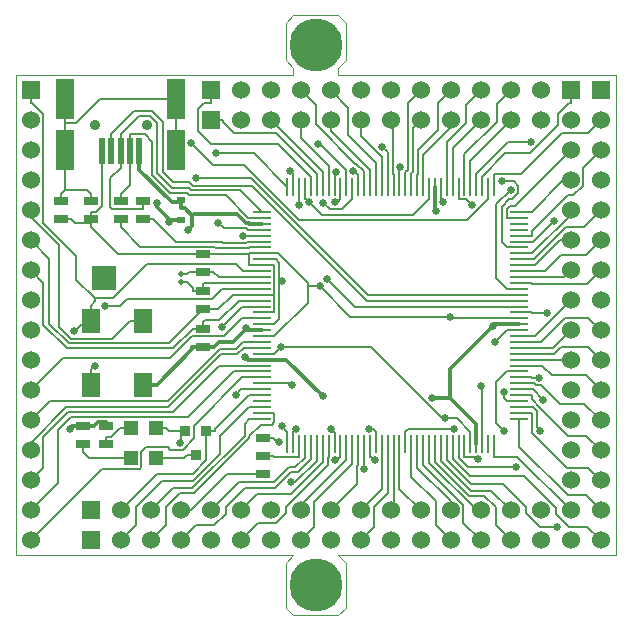
<source format=gtl>
G04 (created by PCBNEW (2013-07-07 BZR 4022)-stable) date 01/11/2014 14:35:36*
%MOIN*%
G04 Gerber Fmt 3.4, Leading zero omitted, Abs format*
%FSLAX34Y34*%
G01*
G70*
G90*
G04 APERTURE LIST*
%ADD10C,0.00590551*%
%ADD11C,0.00393701*%
%ADD12R,0.011X0.0591*%
%ADD13R,0.0591X0.011*%
%ADD14R,0.0197X0.0886*%
%ADD15R,0.0591X0.1378*%
%ADD16C,0.0354*%
%ADD17R,0.045X0.025*%
%ADD18C,0.177165*%
%ADD19R,0.063X0.0787*%
%ADD20R,0.0315X0.0236*%
%ADD21R,0.036X0.036*%
%ADD22O,0.019685X0.019685*%
%ADD23R,0.0787402X0.0787402*%
%ADD24R,0.06X0.06*%
%ADD25C,0.06*%
%ADD26R,0.0472X0.0472*%
%ADD27C,0.025*%
%ADD28C,0.012*%
%ADD29C,0.008*%
G04 APERTURE END LIST*
G54D10*
G54D11*
X10750Y0D02*
X20000Y0D01*
X11000Y-250D02*
X10750Y0D01*
X11000Y-1750D02*
X11000Y-250D01*
X10750Y-2000D02*
X11000Y-1750D01*
X9250Y-2000D02*
X10750Y-2000D01*
X9000Y-1750D02*
X9250Y-2000D01*
X9000Y-250D02*
X9000Y-1750D01*
X9250Y0D02*
X9000Y-250D01*
X0Y0D02*
X9250Y0D01*
X10750Y16000D02*
X20000Y16000D01*
X10750Y16250D02*
X10750Y16000D01*
X11000Y16500D02*
X10750Y16250D01*
X11000Y17750D02*
X11000Y16500D01*
X10750Y18000D02*
X11000Y17750D01*
X9250Y18000D02*
X10750Y18000D01*
X9000Y17750D02*
X9250Y18000D01*
X9000Y16500D02*
X9000Y17750D01*
X9250Y16250D02*
X9000Y16500D01*
X9250Y16000D02*
X9250Y16250D01*
X0Y16000D02*
X9250Y16000D01*
X20000Y16000D02*
X20000Y0D01*
X0Y0D02*
X0Y16000D01*
G54D12*
X15945Y12291D03*
X15748Y12291D03*
X15551Y12291D03*
X15354Y12291D03*
X15157Y12291D03*
X14961Y12291D03*
X14764Y12291D03*
X14567Y12291D03*
X14370Y12291D03*
X14173Y12291D03*
X13976Y12291D03*
X13780Y12291D03*
X13583Y12291D03*
X13386Y12291D03*
X13189Y12291D03*
X12992Y12291D03*
X12795Y12291D03*
X12598Y12291D03*
X12402Y12291D03*
X12205Y12291D03*
X12008Y12291D03*
X11811Y12291D03*
X11614Y12291D03*
X11417Y12291D03*
X11220Y12291D03*
X11024Y12291D03*
X10827Y12291D03*
X10630Y12291D03*
X10433Y12291D03*
X10236Y12291D03*
X10039Y12291D03*
X9843Y12291D03*
X9646Y12291D03*
X9449Y12291D03*
X9252Y12291D03*
X9055Y12291D03*
X9055Y3709D03*
X9252Y3709D03*
X9449Y3709D03*
X9646Y3709D03*
X9843Y3709D03*
X10039Y3709D03*
X10236Y3709D03*
X10433Y3709D03*
X10630Y3709D03*
X10827Y3709D03*
X11024Y3709D03*
X11220Y3709D03*
X11417Y3709D03*
X11614Y3709D03*
X11811Y3709D03*
X12008Y3709D03*
X12205Y3709D03*
X12402Y3709D03*
X12598Y3709D03*
X12795Y3709D03*
X12992Y3709D03*
X13189Y3709D03*
X13386Y3709D03*
X13583Y3709D03*
X13780Y3709D03*
X13976Y3709D03*
X14173Y3709D03*
X14370Y3709D03*
X14567Y3709D03*
X14764Y3709D03*
X14961Y3709D03*
X15157Y3709D03*
X15354Y3709D03*
X15551Y3709D03*
X15748Y3709D03*
X15945Y3709D03*
G54D13*
X8209Y11445D03*
X8209Y11248D03*
X8209Y11051D03*
X8209Y10854D03*
X8209Y10657D03*
X8209Y10461D03*
X8209Y10264D03*
X8209Y10067D03*
X8209Y9870D03*
X8209Y9673D03*
X8209Y9476D03*
X8209Y9280D03*
X8209Y9083D03*
X8209Y8886D03*
X8209Y8689D03*
X8209Y8492D03*
X8209Y8295D03*
X8209Y8098D03*
X8209Y7902D03*
X8209Y7705D03*
X8209Y7508D03*
X8209Y7311D03*
X8209Y7114D03*
X8209Y6917D03*
X8209Y6720D03*
X8209Y6524D03*
X8209Y6327D03*
X8209Y6130D03*
X8209Y5933D03*
X8209Y5736D03*
X8209Y5539D03*
X8209Y5343D03*
X8209Y5146D03*
X8209Y4949D03*
X8209Y4752D03*
X8209Y4555D03*
X16791Y4555D03*
X16791Y4752D03*
X16791Y4949D03*
X16791Y5146D03*
X16791Y5343D03*
X16791Y5539D03*
X16791Y5736D03*
X16791Y5933D03*
X16791Y6130D03*
X16791Y6327D03*
X16791Y6524D03*
X16791Y6720D03*
X16791Y6917D03*
X16791Y7114D03*
X16791Y7311D03*
X16791Y7508D03*
X16791Y7705D03*
X16791Y7902D03*
X16791Y8098D03*
X16791Y8295D03*
X16791Y8492D03*
X16791Y8689D03*
X16791Y8886D03*
X16791Y9083D03*
X16791Y9280D03*
X16791Y9476D03*
X16791Y9673D03*
X16791Y9870D03*
X16791Y10067D03*
X16791Y10264D03*
X16791Y10461D03*
X16791Y10657D03*
X16791Y10854D03*
X16791Y11051D03*
X16791Y11248D03*
X16791Y11445D03*
G54D14*
X3500Y13476D03*
X3814Y13476D03*
X2871Y13476D03*
G54D15*
X5350Y15209D03*
X5350Y13516D03*
X1650Y15209D03*
X1650Y13516D03*
G54D14*
X3185Y13476D03*
G54D16*
X4366Y14343D03*
X2634Y14343D03*
G54D14*
X4129Y13476D03*
G54D17*
X4250Y11800D03*
X4250Y11200D03*
X3500Y11800D03*
X3500Y11200D03*
X6250Y8800D03*
X6250Y8200D03*
X6250Y9450D03*
X6250Y10050D03*
G54D18*
X10000Y17000D03*
X10000Y-1000D03*
G54D19*
X4250Y7813D03*
X4250Y5687D03*
G54D17*
X6250Y6950D03*
X6250Y7550D03*
G54D19*
X2500Y5687D03*
X2500Y7813D03*
G54D20*
X5500Y11835D03*
X5500Y11165D03*
G54D17*
X2250Y4300D03*
X2250Y3700D03*
G54D21*
X5650Y4150D03*
X6350Y4150D03*
X6000Y3350D03*
G54D22*
X5498Y9387D03*
X5498Y9112D03*
G54D23*
X2950Y9250D03*
G54D17*
X2500Y11200D03*
X2500Y11800D03*
X1500Y11800D03*
X1500Y11200D03*
G54D24*
X18500Y15500D03*
G54D25*
X18500Y14500D03*
X18500Y13500D03*
X18500Y12500D03*
X18500Y11500D03*
X18500Y10500D03*
X18500Y9500D03*
X18500Y8500D03*
X18500Y7500D03*
X18500Y6500D03*
X18500Y5500D03*
X18500Y4500D03*
X18500Y3500D03*
X18500Y2500D03*
X18500Y1500D03*
X18500Y500D03*
G54D24*
X19500Y15500D03*
G54D25*
X19500Y14500D03*
X19500Y13500D03*
X19500Y12500D03*
X19500Y11500D03*
X19500Y10500D03*
X19500Y9500D03*
X19500Y8500D03*
X19500Y7500D03*
X19500Y6500D03*
X19500Y5500D03*
X19500Y4500D03*
X19500Y3500D03*
X19500Y2500D03*
X19500Y1500D03*
X19500Y500D03*
G54D24*
X500Y15500D03*
G54D25*
X500Y14500D03*
X500Y13500D03*
X500Y12500D03*
X500Y11500D03*
X500Y10500D03*
X500Y9500D03*
X500Y8500D03*
X500Y7500D03*
X500Y6500D03*
X500Y5500D03*
X500Y4500D03*
X500Y3500D03*
X500Y2500D03*
X500Y1500D03*
X500Y500D03*
G54D17*
X3000Y4300D03*
X3000Y3700D03*
G54D26*
X3837Y4250D03*
X4663Y4250D03*
X3837Y3250D03*
X4663Y3250D03*
G54D24*
X6500Y15500D03*
G54D25*
X7500Y15500D03*
X8500Y15500D03*
X9500Y15500D03*
X10500Y15500D03*
X11500Y15500D03*
X12500Y15500D03*
X13500Y15500D03*
X14500Y15500D03*
X15500Y15500D03*
X16500Y15500D03*
X17500Y15500D03*
G54D24*
X2500Y1500D03*
G54D25*
X3500Y1500D03*
X4500Y1500D03*
X5500Y1500D03*
X6500Y1500D03*
X7500Y1500D03*
X8500Y1500D03*
X9500Y1500D03*
X10500Y1500D03*
X11500Y1500D03*
X12500Y1500D03*
X13500Y1500D03*
X14500Y1500D03*
X15500Y1500D03*
X16500Y1500D03*
X17500Y1500D03*
G54D24*
X2500Y500D03*
G54D25*
X3500Y500D03*
X4500Y500D03*
X5500Y500D03*
X6500Y500D03*
X7500Y500D03*
X8500Y500D03*
X9500Y500D03*
X10500Y500D03*
X11500Y500D03*
X12500Y500D03*
X13500Y500D03*
X14500Y500D03*
X15500Y500D03*
X16500Y500D03*
X17500Y500D03*
G54D17*
X8250Y2700D03*
X8250Y3300D03*
X8250Y3900D03*
X8250Y3300D03*
G54D24*
X6500Y14500D03*
G54D25*
X7500Y14500D03*
X8500Y14500D03*
X9500Y14500D03*
X10500Y14500D03*
X11500Y14500D03*
X12500Y14500D03*
X13500Y14500D03*
X14500Y14500D03*
X15500Y14500D03*
X16500Y14500D03*
X17500Y14500D03*
G54D27*
X1816Y4229D03*
X7688Y7569D03*
X10241Y5298D03*
X7641Y6613D03*
X14025Y11491D03*
X13891Y5256D03*
X15914Y7635D03*
X5105Y11108D03*
X4729Y11759D03*
X10251Y11751D03*
X8869Y9153D03*
X8862Y6945D03*
X14314Y4577D03*
X14244Y11777D03*
X15969Y7101D03*
X9449Y11678D03*
X9182Y2434D03*
X10498Y4211D03*
X10662Y3174D03*
X11773Y4227D03*
X11258Y12815D03*
X11614Y2873D03*
X11972Y3174D03*
X15204Y11685D03*
X12223Y13616D03*
X10085Y13709D03*
X17456Y5914D03*
X9199Y5685D03*
X7331Y5352D03*
X18060Y939D03*
X17723Y8085D03*
X17592Y5188D03*
X6018Y12574D03*
X6863Y7597D03*
X15500Y5632D03*
X2637Y6321D03*
X14479Y7941D03*
X5463Y3756D03*
X10130Y8972D03*
X9788Y11772D03*
X10681Y12793D03*
X6744Y11095D03*
X9141Y12796D03*
X8790Y3779D03*
X6675Y13400D03*
X16285Y4145D03*
X14616Y4228D03*
X16506Y12193D03*
X16218Y12465D03*
X15399Y3197D03*
X17489Y4156D03*
X16683Y2931D03*
X17943Y11156D03*
X16278Y5441D03*
X1954Y7476D03*
X10637Y11783D03*
X2982Y8329D03*
X5852Y13755D03*
X17166Y13775D03*
X12820Y12950D03*
X10385Y9213D03*
X5761Y10860D03*
X8869Y4309D03*
X7587Y10657D03*
X9342Y4215D03*
G54D28*
X3000Y4300D02*
X3000Y4432D01*
X2250Y4300D02*
X2615Y4300D01*
X5884Y6866D02*
X5884Y6950D01*
X4705Y5687D02*
X5884Y6866D01*
X4250Y5687D02*
X4705Y5687D01*
X6158Y6950D02*
X5884Y6950D01*
X2747Y4432D02*
X2615Y4300D01*
X3000Y4432D02*
X2747Y4432D01*
X6158Y6950D02*
X6250Y6950D01*
X2250Y4300D02*
X1884Y4300D01*
X1884Y4297D02*
X1816Y4229D01*
X1884Y4300D02*
X1884Y4297D01*
X6250Y6950D02*
X6615Y6950D01*
X7245Y7118D02*
X7639Y7511D01*
X6783Y7118D02*
X7245Y7118D01*
X6615Y6950D02*
X6783Y7118D01*
X7642Y7507D02*
X7639Y7511D01*
X8209Y7507D02*
X7642Y7507D01*
X7639Y7519D02*
X7688Y7569D01*
X7639Y7511D02*
X7639Y7519D01*
X7731Y6524D02*
X8209Y6524D01*
X7641Y6613D02*
X7731Y6524D01*
X9016Y6524D02*
X10241Y5298D01*
X8209Y6524D02*
X9016Y6524D01*
X13975Y11540D02*
X14025Y11491D01*
X13975Y12290D02*
X13975Y11540D01*
X13891Y5256D02*
X14476Y5256D01*
X15354Y4379D02*
X14476Y5256D01*
X15354Y3709D02*
X15354Y4379D01*
X16790Y7705D02*
X16405Y7705D01*
X15983Y7705D02*
X15914Y7635D01*
X16405Y7705D02*
X15983Y7705D01*
X14476Y6197D02*
X15914Y7635D01*
X14476Y5256D02*
X14476Y6197D01*
X5500Y11165D02*
X5202Y11165D01*
X5202Y11165D02*
X5161Y11165D01*
X5161Y11165D02*
X5105Y11108D01*
X4729Y11597D02*
X5161Y11165D01*
X4729Y11759D02*
X4729Y11597D01*
G54D29*
X11220Y12290D02*
X11220Y11875D01*
X10471Y11532D02*
X10251Y11751D01*
X10876Y11532D02*
X10471Y11532D01*
X11220Y11875D02*
X10876Y11532D01*
X8209Y9870D02*
X8624Y9870D01*
X8209Y6720D02*
X8624Y6720D01*
X8209Y7705D02*
X8624Y7705D01*
X8869Y9153D02*
X8792Y9153D01*
X8792Y9753D02*
X8792Y9153D01*
X8676Y9870D02*
X8792Y9753D01*
X8624Y9870D02*
X8676Y9870D01*
X8792Y7872D02*
X8624Y7705D01*
X8792Y9153D02*
X8792Y7872D01*
X15157Y3709D02*
X15157Y4124D01*
X14704Y4577D02*
X14314Y4577D01*
X15157Y4124D02*
X14704Y4577D01*
X8850Y6945D02*
X8862Y6945D01*
X8624Y6720D02*
X8850Y6945D01*
X14172Y12290D02*
X14172Y11875D01*
X14244Y11804D02*
X14244Y11777D01*
X14172Y11875D02*
X14244Y11804D01*
X14224Y4577D02*
X14314Y4577D01*
X11855Y6945D02*
X14224Y4577D01*
X8862Y6945D02*
X11855Y6945D01*
X16790Y7507D02*
X16375Y7507D01*
X15969Y7101D02*
X16375Y7507D01*
X9449Y11678D02*
X9449Y11678D01*
X9449Y12290D02*
X9449Y11678D01*
X10039Y3153D02*
X10039Y3709D01*
X9320Y2434D02*
X10039Y3153D01*
X9182Y2434D02*
X9320Y2434D01*
X10235Y3709D02*
X10235Y3293D01*
X10235Y3123D02*
X10235Y3293D01*
X9174Y2062D02*
X10235Y3123D01*
X8062Y2062D02*
X9174Y2062D01*
X7500Y1500D02*
X8062Y2062D01*
X12402Y2085D02*
X12402Y3709D01*
X11943Y1627D02*
X12402Y2085D01*
X11943Y943D02*
X11943Y1627D01*
X11500Y500D02*
X11943Y943D01*
X12597Y1597D02*
X12597Y3293D01*
X12500Y1500D02*
X12597Y1597D01*
X12597Y3709D02*
X12597Y3293D01*
X10432Y3709D02*
X10432Y3293D01*
X10396Y3256D02*
X10432Y3293D01*
X10396Y3000D02*
X10396Y3256D01*
X9000Y1604D02*
X10396Y3000D01*
X9000Y1405D02*
X9000Y1604D01*
X8674Y1079D02*
X9000Y1405D01*
X8079Y1079D02*
X8674Y1079D01*
X7500Y500D02*
X8079Y1079D01*
X10630Y3709D02*
X10630Y4124D01*
X10585Y4124D02*
X10498Y4211D01*
X10630Y4124D02*
X10585Y4124D01*
X10827Y3709D02*
X10827Y3293D01*
X10708Y3174D02*
X10662Y3174D01*
X10827Y3293D02*
X10708Y3174D01*
X9500Y1665D02*
X9500Y1500D01*
X11024Y3189D02*
X9500Y1665D01*
X11024Y3709D02*
X11024Y3189D01*
X9943Y943D02*
X9500Y500D01*
X9943Y1769D02*
X9943Y943D01*
X11209Y3035D02*
X9943Y1769D01*
X11209Y3282D02*
X11209Y3035D01*
X11220Y3293D02*
X11209Y3282D01*
X11220Y3709D02*
X11220Y3293D01*
X11369Y2369D02*
X10500Y1500D01*
X11369Y2975D02*
X11369Y2369D01*
X11417Y3023D02*
X11369Y2975D01*
X11417Y3709D02*
X11417Y3023D01*
X11905Y4227D02*
X12007Y4124D01*
X11773Y4227D02*
X11905Y4227D01*
X12007Y3709D02*
X12007Y4124D01*
X12205Y3709D02*
X12205Y3293D01*
X12217Y2217D02*
X11500Y1500D01*
X12217Y3280D02*
X12217Y2217D01*
X12205Y3293D02*
X12217Y3280D01*
X8601Y3293D02*
X8595Y3300D01*
X9449Y3293D02*
X8601Y3293D01*
X8250Y3300D02*
X8595Y3300D01*
X9449Y3709D02*
X9449Y3293D01*
X11367Y12706D02*
X11417Y12706D01*
X11258Y12815D02*
X11367Y12706D01*
X11417Y12290D02*
X11417Y12706D01*
X11614Y12290D02*
X11614Y12706D01*
X10000Y15000D02*
X9500Y15500D01*
X10000Y14370D02*
X10000Y15000D01*
X11309Y13061D02*
X10000Y14370D01*
X11359Y13061D02*
X11309Y13061D01*
X11614Y12806D02*
X11359Y13061D01*
X11614Y12706D02*
X11614Y12806D01*
X16790Y10657D02*
X17206Y10657D01*
X17206Y10805D02*
X17206Y10657D01*
X18401Y12000D02*
X17206Y10805D01*
X18594Y12000D02*
X18401Y12000D01*
X18920Y12325D02*
X18594Y12000D01*
X18920Y12920D02*
X18920Y12325D01*
X19500Y13500D02*
X18920Y12920D01*
X11614Y2874D02*
X11614Y3709D01*
X11614Y2873D02*
X11614Y2874D01*
X11854Y3293D02*
X11972Y3174D01*
X11810Y3293D02*
X11854Y3293D01*
X11810Y3709D02*
X11810Y3293D01*
X15945Y12290D02*
X15945Y12706D01*
X15948Y12710D02*
X15945Y12706D01*
X16856Y12710D02*
X15948Y12710D01*
X18226Y14079D02*
X16856Y12710D01*
X19079Y14079D02*
X18226Y14079D01*
X19500Y14500D02*
X19079Y14079D01*
X15014Y11875D02*
X15204Y11685D01*
X14764Y11875D02*
X15014Y11875D01*
X14764Y12290D02*
X14764Y11875D01*
X14567Y12290D02*
X14567Y12706D01*
X14567Y13567D02*
X14567Y12706D01*
X15500Y14500D02*
X14567Y13567D01*
X13582Y12290D02*
X13582Y12706D01*
X14500Y14273D02*
X14500Y14500D01*
X13582Y13356D02*
X14500Y14273D01*
X13582Y12706D02*
X13582Y13356D01*
X14079Y15079D02*
X14500Y15500D01*
X14079Y14193D02*
X14079Y15079D01*
X13407Y13521D02*
X14079Y14193D01*
X13407Y12728D02*
X13407Y13521D01*
X13385Y12706D02*
X13407Y12728D01*
X13385Y12290D02*
X13385Y12706D01*
X13189Y12736D02*
X13189Y12290D01*
X13247Y12795D02*
X13189Y12736D01*
X13247Y14247D02*
X13247Y12795D01*
X13500Y14500D02*
X13247Y14247D01*
X12992Y12766D02*
X12992Y12290D01*
X13065Y12840D02*
X12992Y12766D01*
X13065Y15065D02*
X13065Y12840D01*
X13500Y15500D02*
X13065Y15065D01*
X12402Y13438D02*
X12223Y13616D01*
X12402Y12290D02*
X12402Y13438D01*
X11810Y12290D02*
X11810Y12706D01*
X10500Y14147D02*
X10500Y14500D01*
X11810Y12836D02*
X10500Y14147D01*
X11810Y12706D02*
X11810Y12836D01*
X11012Y12302D02*
X11024Y12290D01*
X11012Y12831D02*
X11012Y12302D01*
X10134Y13709D02*
X11012Y12831D01*
X10085Y13709D02*
X10134Y13709D01*
X6500Y15500D02*
X6500Y15079D01*
X9842Y12618D02*
X9842Y12290D01*
X8758Y13703D02*
X9842Y12618D01*
X6527Y13703D02*
X8758Y13703D01*
X6079Y14150D02*
X6527Y13703D01*
X6079Y14869D02*
X6079Y14150D01*
X6289Y15079D02*
X6079Y14869D01*
X6500Y15079D02*
X6289Y15079D01*
X7547Y7902D02*
X8209Y7902D01*
X6944Y7298D02*
X7547Y7902D01*
X5891Y7298D02*
X6944Y7298D01*
X5158Y6566D02*
X5891Y7298D01*
X1566Y6566D02*
X5158Y6566D01*
X500Y5500D02*
X1566Y6566D01*
X8209Y7114D02*
X7793Y7114D01*
X1159Y5159D02*
X500Y4500D01*
X5094Y5159D02*
X1159Y5159D01*
X6825Y6891D02*
X5094Y5159D01*
X7345Y6891D02*
X6825Y6891D01*
X7568Y7114D02*
X7345Y6891D01*
X7793Y7114D02*
X7568Y7114D01*
X500Y3749D02*
X500Y3500D01*
X1683Y4932D02*
X500Y3749D01*
X5094Y4932D02*
X1683Y4932D01*
X6857Y6696D02*
X5094Y4932D01*
X7377Y6696D02*
X6857Y6696D01*
X7597Y6917D02*
X7377Y6696D01*
X8209Y6917D02*
X7597Y6917D01*
X17224Y5914D02*
X17206Y5932D01*
X17456Y5914D02*
X17224Y5914D01*
X16790Y5932D02*
X17206Y5932D01*
X6789Y6327D02*
X8209Y6327D01*
X5235Y4772D02*
X6789Y6327D01*
X1750Y4772D02*
X5235Y4772D01*
X920Y3942D02*
X1750Y4772D01*
X920Y2920D02*
X920Y3942D01*
X500Y2500D02*
X920Y2920D01*
X8209Y6130D02*
X7793Y6130D01*
X1422Y2422D02*
X500Y1500D01*
X1422Y4191D02*
X1422Y2422D01*
X1843Y4612D02*
X1422Y4191D01*
X5746Y4612D02*
X1843Y4612D01*
X7263Y6130D02*
X5746Y4612D01*
X7793Y6130D02*
X7263Y6130D01*
X7559Y5932D02*
X8209Y5932D01*
X5955Y4329D02*
X7559Y5932D01*
X5955Y3896D02*
X5955Y4329D01*
X5568Y3510D02*
X5955Y3896D01*
X5159Y3510D02*
X5568Y3510D01*
X5063Y3606D02*
X5159Y3510D01*
X4361Y3606D02*
X5063Y3606D01*
X4193Y3437D02*
X4361Y3606D01*
X4193Y2933D02*
X4193Y3437D01*
X4153Y2893D02*
X4193Y2933D01*
X2893Y2893D02*
X4153Y2893D01*
X500Y500D02*
X2893Y2893D01*
X9149Y5735D02*
X8209Y5735D01*
X9199Y5685D02*
X9149Y5735D01*
X7517Y5539D02*
X7331Y5352D01*
X8209Y5539D02*
X7517Y5539D01*
X8209Y4752D02*
X8624Y4752D01*
X8624Y4437D02*
X8624Y4752D01*
X8546Y4359D02*
X8624Y4437D01*
X8181Y4359D02*
X8546Y4359D01*
X7793Y3970D02*
X8181Y4359D01*
X7793Y3912D02*
X7793Y3970D01*
X5957Y2076D02*
X7793Y3912D01*
X5469Y2076D02*
X5957Y2076D01*
X5000Y1607D02*
X5469Y2076D01*
X5000Y1000D02*
X5000Y1607D01*
X4500Y500D02*
X5000Y1000D01*
X8209Y4555D02*
X7793Y4555D01*
X7633Y4394D02*
X7793Y4555D01*
X7633Y3987D02*
X7633Y4394D01*
X5882Y2236D02*
X7633Y3987D01*
X5236Y2236D02*
X5882Y2236D01*
X4500Y1500D02*
X5236Y2236D01*
X14567Y3709D02*
X14567Y3293D01*
X19056Y943D02*
X19500Y500D01*
X18446Y943D02*
X19056Y943D01*
X18000Y1390D02*
X18446Y943D01*
X18000Y1594D02*
X18000Y1390D01*
X16962Y2632D02*
X18000Y1594D01*
X15143Y2632D02*
X16962Y2632D01*
X14567Y3208D02*
X15143Y2632D01*
X14567Y3293D02*
X14567Y3208D01*
X17466Y939D02*
X18060Y939D01*
X17000Y1405D02*
X17466Y939D01*
X17000Y1598D02*
X17000Y1405D01*
X16230Y2368D02*
X17000Y1598D01*
X15175Y2368D02*
X16230Y2368D01*
X14370Y3174D02*
X15175Y2368D01*
X14370Y3709D02*
X14370Y3174D01*
X15848Y2151D02*
X16500Y1500D01*
X15165Y2151D02*
X15848Y2151D01*
X14172Y3144D02*
X15165Y2151D01*
X14172Y3709D02*
X14172Y3144D01*
X13975Y3709D02*
X13975Y3293D01*
X16000Y1000D02*
X16500Y500D01*
X16000Y1596D02*
X16000Y1000D01*
X15605Y1991D02*
X16000Y1596D01*
X15099Y1991D02*
X15605Y1991D01*
X13975Y3115D02*
X15099Y1991D01*
X13975Y3293D02*
X13975Y3115D01*
X13780Y3709D02*
X13780Y3293D01*
X15364Y1500D02*
X15500Y1500D01*
X13780Y3084D02*
X15364Y1500D01*
X13780Y3293D02*
X13780Y3084D01*
X14923Y1076D02*
X15500Y500D01*
X14923Y1682D02*
X14923Y1076D01*
X13582Y3022D02*
X14923Y1682D01*
X13582Y3709D02*
X13582Y3022D01*
X13385Y2912D02*
X13385Y3709D01*
X14500Y1798D02*
X13385Y2912D01*
X14500Y1500D02*
X14500Y1798D01*
X13189Y2619D02*
X13189Y3709D01*
X14000Y1808D02*
X13189Y2619D01*
X14000Y1000D02*
X14000Y1808D01*
X14500Y500D02*
X14000Y1000D01*
X12795Y2205D02*
X12795Y3293D01*
X13500Y1500D02*
X12795Y2205D01*
X12795Y3709D02*
X12795Y3293D01*
X14370Y13771D02*
X14370Y12290D01*
X15000Y14401D02*
X14370Y13771D01*
X15000Y15000D02*
X15000Y14401D01*
X15500Y15500D02*
X15000Y15000D01*
X6810Y3965D02*
X7793Y4949D01*
X6810Y3390D02*
X6810Y3965D01*
X5896Y2477D02*
X6810Y3390D01*
X4875Y2477D02*
X5896Y2477D01*
X4000Y1601D02*
X4875Y2477D01*
X4000Y1000D02*
X4000Y1601D01*
X3500Y500D02*
X4000Y1000D01*
X8209Y4949D02*
X7793Y4949D01*
X7451Y2451D02*
X6500Y1500D01*
X8625Y2451D02*
X7451Y2451D01*
X9112Y2938D02*
X8625Y2451D01*
X9326Y2938D02*
X9112Y2938D01*
X9645Y3257D02*
X9326Y2938D01*
X9645Y3709D02*
X9645Y3257D01*
X6000Y1000D02*
X5500Y500D01*
X6621Y1000D02*
X6000Y1000D01*
X7000Y1378D02*
X6621Y1000D01*
X7000Y1601D02*
X7000Y1378D01*
X7640Y2241D02*
X7000Y1601D01*
X8642Y2241D02*
X7640Y2241D01*
X9178Y2778D02*
X8642Y2241D01*
X9410Y2778D02*
X9178Y2778D01*
X9842Y3210D02*
X9410Y2778D01*
X9842Y3709D02*
X9842Y3210D01*
X3500Y11200D02*
X3500Y10954D01*
X7781Y10252D02*
X7793Y10264D01*
X6667Y10252D02*
X7781Y10252D01*
X6625Y10295D02*
X6667Y10252D01*
X4159Y10295D02*
X6625Y10295D01*
X3500Y10954D02*
X4159Y10295D01*
X8209Y10264D02*
X7793Y10264D01*
X4250Y11200D02*
X4595Y11200D01*
X7737Y10460D02*
X8209Y10460D01*
X7688Y10412D02*
X7737Y10460D01*
X6927Y10412D02*
X7688Y10412D01*
X6878Y10460D02*
X6927Y10412D01*
X5334Y10460D02*
X6878Y10460D01*
X4595Y11200D02*
X5334Y10460D01*
X3500Y11800D02*
X3500Y12045D01*
X3814Y12359D02*
X3814Y13475D01*
X3500Y12045D02*
X3814Y12359D01*
X3814Y13475D02*
X3814Y14039D01*
X8194Y11262D02*
X8209Y11247D01*
X7752Y11262D02*
X8194Y11262D01*
X7006Y12009D02*
X7752Y11262D01*
X5784Y12009D02*
X7006Y12009D01*
X5713Y12080D02*
X5784Y12009D01*
X5159Y12080D02*
X5713Y12080D01*
X4556Y12684D02*
X5159Y12080D01*
X4556Y13786D02*
X4556Y12684D01*
X4303Y14039D02*
X4556Y13786D01*
X3814Y14039D02*
X4303Y14039D01*
X4250Y11738D02*
X4250Y11554D01*
X4250Y11738D02*
X4250Y11757D01*
X4250Y11800D02*
X4250Y11757D01*
X3500Y12912D02*
X3500Y13475D01*
X3154Y12567D02*
X3500Y12912D01*
X3154Y11623D02*
X3154Y12567D01*
X3223Y11554D02*
X3154Y11623D01*
X4250Y11554D02*
X3223Y11554D01*
X3500Y13475D02*
X3500Y14039D01*
X7484Y12169D02*
X8209Y11445D01*
X5850Y12169D02*
X7484Y12169D01*
X5779Y12240D02*
X5850Y12169D01*
X5225Y12240D02*
X5779Y12240D01*
X4716Y12750D02*
X5225Y12240D01*
X4716Y14425D02*
X4716Y12750D01*
X4490Y14651D02*
X4716Y14425D01*
X4112Y14651D02*
X4490Y14651D01*
X3500Y14039D02*
X4112Y14651D01*
X18475Y6524D02*
X16790Y6524D01*
X18500Y6500D02*
X18475Y6524D01*
X17310Y7310D02*
X16790Y7310D01*
X18500Y8500D02*
X17310Y7310D01*
X16790Y8097D02*
X17206Y8097D01*
X17219Y8085D02*
X17723Y8085D01*
X17206Y8097D02*
X17219Y8085D01*
X16790Y5342D02*
X17206Y5342D01*
X17206Y5204D02*
X17206Y5342D01*
X17526Y4884D02*
X17206Y5204D01*
X17526Y4865D02*
X17526Y4884D01*
X18411Y3980D02*
X17526Y4865D01*
X19019Y3980D02*
X18411Y3980D01*
X19500Y3500D02*
X19019Y3980D01*
X17956Y6720D02*
X16790Y6720D01*
X18166Y6930D02*
X17956Y6720D01*
X19070Y6930D02*
X18166Y6930D01*
X19500Y6500D02*
X19070Y6930D01*
X17917Y6917D02*
X16790Y6917D01*
X18500Y7500D02*
X17917Y6917D01*
X17505Y7114D02*
X16790Y7114D01*
X18312Y7921D02*
X17505Y7114D01*
X19078Y7921D02*
X18312Y7921D01*
X19500Y7500D02*
X19078Y7921D01*
X16790Y5735D02*
X17206Y5735D01*
X18961Y5038D02*
X19500Y4500D01*
X18130Y5038D02*
X18961Y5038D01*
X17499Y5669D02*
X18130Y5038D01*
X17354Y5669D02*
X17499Y5669D01*
X17288Y5735D02*
X17354Y5669D01*
X17206Y5735D02*
X17288Y5735D01*
X17542Y6327D02*
X17206Y6327D01*
X17869Y6000D02*
X17542Y6327D01*
X19000Y6000D02*
X17869Y6000D01*
X19500Y5500D02*
X19000Y6000D01*
X16790Y6327D02*
X17206Y6327D01*
X17242Y5539D02*
X16790Y5539D01*
X17592Y5188D02*
X17242Y5539D01*
X4250Y7812D02*
X3814Y7812D01*
X3229Y7227D02*
X3814Y7812D01*
X1830Y7227D02*
X3229Y7227D01*
X1443Y7614D02*
X1830Y7227D01*
X1443Y10330D02*
X1443Y7614D01*
X500Y11273D02*
X1443Y10330D01*
X500Y11500D02*
X500Y11273D01*
X7846Y12574D02*
X6018Y12574D01*
X11732Y8689D02*
X7846Y12574D01*
X16790Y8689D02*
X11732Y8689D01*
X7033Y2700D02*
X8250Y2700D01*
X5833Y1500D02*
X7033Y2700D01*
X5500Y1500D02*
X5833Y1500D01*
X7560Y8295D02*
X6863Y7597D01*
X8209Y8295D02*
X7560Y8295D01*
X2683Y11445D02*
X2500Y11445D01*
X2870Y11632D02*
X2683Y11445D01*
X2870Y13475D02*
X2870Y11632D01*
X2500Y11200D02*
X2500Y11445D01*
X6250Y10050D02*
X5904Y10050D01*
X15550Y3709D02*
X15550Y4124D01*
X3404Y10050D02*
X5904Y10050D01*
X2500Y10954D02*
X3404Y10050D01*
X8209Y8097D02*
X8624Y8097D01*
X8624Y9672D02*
X8624Y8689D01*
X8209Y9672D02*
X8624Y9672D01*
X8209Y8689D02*
X8584Y8689D01*
X8584Y8689D02*
X8624Y8689D01*
X2500Y11200D02*
X2500Y11077D01*
X2500Y11077D02*
X2500Y10954D01*
X1967Y11077D02*
X1845Y11200D01*
X2500Y11077D02*
X1967Y11077D01*
X1500Y11200D02*
X1845Y11200D01*
X2516Y6200D02*
X2637Y6321D01*
X2500Y6200D02*
X2516Y6200D01*
X2500Y5687D02*
X2500Y6200D01*
X6753Y8200D02*
X6250Y8200D01*
X7242Y8689D02*
X6753Y8200D01*
X8209Y8689D02*
X7242Y8689D01*
X5650Y4150D02*
X5499Y4150D01*
X5499Y3792D02*
X5463Y3756D01*
X5499Y4150D02*
X5499Y3792D01*
X5119Y4150D02*
X5499Y4150D01*
X5019Y4250D02*
X5119Y4150D01*
X4662Y4250D02*
X5019Y4250D01*
X5117Y7067D02*
X6250Y8200D01*
X1764Y7067D02*
X5117Y7067D01*
X1123Y7708D02*
X1764Y7067D01*
X1123Y9876D02*
X1123Y7708D01*
X500Y10500D02*
X1123Y9876D01*
X8624Y8689D02*
X8624Y8097D01*
X8209Y10067D02*
X7793Y10067D01*
X8209Y9672D02*
X7793Y9672D01*
X6250Y10050D02*
X6595Y10050D01*
X7793Y10050D02*
X6595Y10050D01*
X7793Y10067D02*
X7793Y10050D01*
X7793Y10050D02*
X7793Y9672D01*
X15550Y5581D02*
X15500Y5632D01*
X15550Y4124D02*
X15550Y5581D01*
X8209Y7310D02*
X8624Y7310D01*
X10130Y8972D02*
X9732Y8972D01*
X9732Y9075D02*
X9732Y8972D01*
X8741Y10067D02*
X9732Y9075D01*
X8209Y10067D02*
X8741Y10067D01*
X9732Y8419D02*
X8624Y7310D01*
X9732Y8972D02*
X9732Y8419D01*
X14518Y7902D02*
X14479Y7941D01*
X16790Y7902D02*
X14518Y7902D01*
X11161Y7941D02*
X10130Y8972D01*
X14479Y7941D02*
X11161Y7941D01*
X9645Y12290D02*
X9645Y11875D01*
X9685Y11875D02*
X9788Y11772D01*
X9645Y11875D02*
X9685Y11875D01*
X13780Y12290D02*
X13780Y11875D01*
X10207Y11352D02*
X9788Y11772D01*
X13257Y11352D02*
X10207Y11352D01*
X13780Y11875D02*
X13257Y11352D01*
X10630Y12290D02*
X10630Y12706D01*
X10681Y12757D02*
X10681Y12793D01*
X10630Y12706D02*
X10681Y12757D01*
X10432Y12995D02*
X10432Y12290D01*
X9500Y13928D02*
X10432Y12995D01*
X9500Y14500D02*
X9500Y13928D01*
X10235Y12290D02*
X10235Y12706D01*
X10235Y12764D02*
X8500Y14500D01*
X10235Y12706D02*
X10235Y12764D01*
X8665Y14079D02*
X10039Y12706D01*
X7287Y14079D02*
X8665Y14079D01*
X6920Y14447D02*
X7287Y14079D01*
X6920Y14500D02*
X6920Y14447D01*
X6500Y14500D02*
X6920Y14500D01*
X10039Y12290D02*
X10039Y12706D01*
X6937Y10902D02*
X6744Y11095D01*
X7688Y10902D02*
X6937Y10902D01*
X7737Y10854D02*
X7688Y10902D01*
X8209Y10854D02*
X7737Y10854D01*
X9231Y12706D02*
X9141Y12796D01*
X9252Y12706D02*
X9231Y12706D01*
X9252Y12290D02*
X9252Y12706D01*
X5904Y8923D02*
X5904Y8800D01*
X5716Y9112D02*
X5904Y8923D01*
X5498Y9112D02*
X5716Y9112D01*
X6250Y8800D02*
X5904Y8800D01*
X6287Y9082D02*
X6250Y9045D01*
X8209Y9082D02*
X6287Y9082D01*
X6250Y8800D02*
X6250Y9045D01*
X5778Y9450D02*
X6250Y9450D01*
X5716Y9387D02*
X5778Y9450D01*
X5498Y9387D02*
X5716Y9387D01*
X6250Y9450D02*
X6595Y9450D01*
X6765Y9280D02*
X6595Y9450D01*
X7793Y9280D02*
X6765Y9280D01*
X8209Y9280D02*
X7793Y9280D01*
X2454Y3250D02*
X2250Y3454D01*
X3837Y3250D02*
X2454Y3250D01*
X2250Y3700D02*
X2250Y3454D01*
X8250Y3900D02*
X8595Y3900D01*
X8715Y3779D02*
X8790Y3779D01*
X8595Y3900D02*
X8715Y3779D01*
X5599Y3250D02*
X5699Y3350D01*
X4662Y3250D02*
X5599Y3250D01*
X6000Y3350D02*
X5699Y3350D01*
X3176Y3945D02*
X3000Y3945D01*
X3480Y4250D02*
X3176Y3945D01*
X3837Y4250D02*
X3480Y4250D01*
X3000Y3700D02*
X3000Y3945D01*
X5350Y13515D02*
X5350Y14325D01*
X5350Y14399D02*
X5350Y14325D01*
X5350Y15209D02*
X5350Y14399D01*
X2822Y15209D02*
X5350Y15209D01*
X2013Y14399D02*
X2822Y15209D01*
X1650Y14399D02*
X2013Y14399D01*
X1650Y15209D02*
X1650Y14399D01*
X1650Y13515D02*
X1650Y14399D01*
X1650Y13515D02*
X1650Y12706D01*
X2500Y11800D02*
X2500Y12045D01*
X1650Y12706D02*
X1650Y12178D01*
X1516Y12045D02*
X1650Y12178D01*
X1500Y12045D02*
X1516Y12045D01*
X2366Y12178D02*
X2500Y12045D01*
X1650Y12178D02*
X2366Y12178D01*
X1500Y11800D02*
X1500Y12045D01*
X7945Y13400D02*
X6675Y13400D01*
X9055Y12290D02*
X7945Y13400D01*
X16790Y11247D02*
X16375Y11247D01*
X16646Y11646D02*
X18500Y13500D01*
X16470Y11646D02*
X16646Y11646D01*
X16375Y11552D02*
X16470Y11646D01*
X16375Y11247D02*
X16375Y11552D01*
X16790Y6130D02*
X16375Y6130D01*
X16021Y4409D02*
X16285Y4145D01*
X16021Y5776D02*
X16021Y4409D01*
X16375Y6130D02*
X16021Y5776D01*
X12992Y3709D02*
X12992Y4124D01*
X13095Y4228D02*
X14616Y4228D01*
X12992Y4124D02*
X13095Y4228D01*
X16790Y8885D02*
X16375Y8885D01*
X16020Y11706D02*
X16506Y12193D01*
X16020Y9241D02*
X16020Y11706D01*
X16375Y8885D02*
X16020Y9241D01*
X16197Y10441D02*
X16375Y10264D01*
X16197Y11622D02*
X16197Y10441D01*
X16438Y11863D02*
X16197Y11622D01*
X16545Y11863D02*
X16438Y11863D01*
X16757Y12075D02*
X16545Y11863D01*
X16757Y12313D02*
X16757Y12075D01*
X16606Y12465D02*
X16757Y12313D01*
X16218Y12465D02*
X16606Y12465D01*
X16790Y10264D02*
X16375Y10264D01*
X14960Y3709D02*
X14960Y3293D01*
X15303Y3293D02*
X15399Y3197D01*
X14960Y3293D02*
X15303Y3293D01*
X17236Y4949D02*
X16790Y4949D01*
X17366Y4818D02*
X17236Y4949D01*
X17366Y4279D02*
X17366Y4818D01*
X17489Y4156D02*
X17366Y4279D01*
X15085Y2931D02*
X16683Y2931D01*
X14764Y3253D02*
X15085Y2931D01*
X14764Y3709D02*
X14764Y3253D01*
X12205Y12290D02*
X12205Y12706D01*
X11500Y13993D02*
X11500Y14500D01*
X12205Y13288D02*
X11500Y13993D01*
X12205Y12706D02*
X12205Y13288D01*
X11078Y14921D02*
X10500Y15500D01*
X11078Y14020D02*
X11078Y14921D01*
X12007Y13090D02*
X11078Y14020D01*
X12007Y12290D02*
X12007Y13090D01*
X8209Y5342D02*
X7793Y5342D01*
X6350Y4150D02*
X6650Y4150D01*
X6650Y4199D02*
X6650Y4150D01*
X7793Y5342D02*
X6650Y4199D01*
X4717Y2717D02*
X3500Y1500D01*
X5901Y2717D02*
X4717Y2717D01*
X6350Y3165D02*
X5901Y2717D01*
X6350Y4150D02*
X6350Y3165D01*
X18261Y12500D02*
X17206Y11445D01*
X18500Y12500D02*
X18261Y12500D01*
X16790Y11445D02*
X17206Y11445D01*
X17247Y10460D02*
X16790Y10460D01*
X17943Y11156D02*
X17247Y10460D01*
X18500Y11360D02*
X17206Y10067D01*
X18500Y11500D02*
X18500Y11360D01*
X16790Y10067D02*
X17206Y10067D01*
X16790Y5145D02*
X16375Y5145D01*
X16278Y5242D02*
X16375Y5145D01*
X16278Y5441D02*
X16278Y5242D01*
X17271Y9870D02*
X16790Y9870D01*
X18346Y10945D02*
X17271Y9870D01*
X18945Y10945D02*
X18346Y10945D01*
X19500Y11500D02*
X18945Y10945D01*
X17315Y9672D02*
X16790Y9672D01*
X18142Y10500D02*
X17315Y9672D01*
X18500Y10500D02*
X18142Y10500D01*
X19000Y10000D02*
X19500Y10500D01*
X18170Y10000D02*
X19000Y10000D01*
X17646Y9475D02*
X18170Y10000D01*
X16790Y9475D02*
X17646Y9475D01*
X18280Y9280D02*
X16790Y9280D01*
X18500Y9500D02*
X18280Y9280D01*
X17228Y9061D02*
X17206Y9082D01*
X19061Y9061D02*
X17228Y9061D01*
X19500Y9500D02*
X19061Y9061D01*
X16790Y9082D02*
X17206Y9082D01*
X2500Y7812D02*
X2500Y7988D01*
X2500Y7988D02*
X2500Y8326D01*
X1987Y7476D02*
X1954Y7476D01*
X2500Y7988D02*
X1987Y7476D01*
X2641Y8468D02*
X2641Y8574D01*
X2500Y8326D02*
X2641Y8468D01*
X2020Y9195D02*
X2641Y8574D01*
X2020Y9979D02*
X2020Y9195D01*
X920Y11079D02*
X2020Y9979D01*
X920Y14712D02*
X920Y11079D01*
X552Y15079D02*
X920Y14712D01*
X500Y15079D02*
X552Y15079D01*
X7570Y9475D02*
X8209Y9475D01*
X7348Y9697D02*
X7570Y9475D01*
X4374Y9697D02*
X7348Y9697D01*
X3251Y8574D02*
X4374Y9697D01*
X2641Y8574D02*
X3251Y8574D01*
X500Y15500D02*
X500Y15079D01*
X10735Y11783D02*
X10827Y11875D01*
X10637Y11783D02*
X10735Y11783D01*
X10827Y12290D02*
X10827Y11875D01*
X18500Y15500D02*
X18500Y15079D01*
X18447Y15079D02*
X18500Y15079D01*
X18079Y14712D02*
X18447Y15079D01*
X18079Y14332D02*
X18079Y14712D01*
X17146Y13398D02*
X18079Y14332D01*
X16329Y13398D02*
X17146Y13398D01*
X15550Y12620D02*
X16329Y13398D01*
X15550Y12290D02*
X15550Y12620D01*
X15157Y13157D02*
X16500Y14500D01*
X15157Y12290D02*
X15157Y13157D01*
X12597Y12290D02*
X12597Y12706D01*
X12575Y12729D02*
X12597Y12706D01*
X12575Y14424D02*
X12575Y12729D01*
X12500Y14500D02*
X12575Y14424D01*
X3475Y8329D02*
X2982Y8329D01*
X3701Y8554D02*
X3475Y8329D01*
X6552Y8554D02*
X3701Y8554D01*
X6883Y8885D02*
X6552Y8554D01*
X8209Y8885D02*
X6883Y8885D01*
X16706Y3293D02*
X15945Y3293D01*
X18500Y1500D02*
X16706Y3293D01*
X15945Y3709D02*
X15945Y3293D01*
X16790Y3614D02*
X16790Y4555D01*
X18405Y2000D02*
X16790Y3614D01*
X19000Y2000D02*
X18405Y2000D01*
X19500Y1500D02*
X19000Y2000D01*
X16790Y4752D02*
X17206Y4752D01*
X19079Y2920D02*
X19500Y2500D01*
X18379Y2920D02*
X19079Y2920D01*
X17206Y4093D02*
X18379Y2920D01*
X17206Y4752D02*
X17206Y4093D01*
X15747Y12290D02*
X15747Y11875D01*
X6587Y13020D02*
X5852Y13755D01*
X7627Y13020D02*
X6587Y13020D01*
X9461Y11186D02*
X7627Y13020D01*
X15058Y11186D02*
X9461Y11186D01*
X15747Y11875D02*
X15058Y11186D01*
X15354Y12290D02*
X15354Y12706D01*
X16422Y13775D02*
X17166Y13775D01*
X15354Y12706D02*
X16422Y13775D01*
X16056Y15056D02*
X16500Y15500D01*
X16056Y14462D02*
X16056Y15056D01*
X14960Y13366D02*
X16056Y14462D01*
X14960Y12706D02*
X14960Y13366D01*
X14960Y12290D02*
X14960Y12706D01*
X12795Y12925D02*
X12820Y12950D01*
X12795Y12290D02*
X12795Y12925D01*
X3185Y13475D02*
X3185Y14039D01*
X11702Y8492D02*
X16790Y8492D01*
X7865Y12329D02*
X11702Y8492D01*
X5916Y12329D02*
X7865Y12329D01*
X5794Y12451D02*
X5916Y12329D01*
X5241Y12451D02*
X5794Y12451D01*
X4914Y12778D02*
X5241Y12451D01*
X4914Y14454D02*
X4914Y12778D01*
X4556Y14812D02*
X4914Y14454D01*
X3958Y14812D02*
X4556Y14812D01*
X3185Y14039D02*
X3958Y14812D01*
X11303Y8295D02*
X10385Y9213D01*
X16790Y8295D02*
X11303Y8295D01*
G54D28*
X5500Y11835D02*
X5500Y11770D01*
X5500Y11770D02*
X5500Y11576D01*
X4129Y13475D02*
X4129Y12892D01*
X5638Y11576D02*
X5895Y11320D01*
X5500Y11576D02*
X5638Y11576D01*
X5895Y10994D02*
X5761Y10860D01*
X5895Y11320D02*
X5895Y10994D01*
X5961Y11386D02*
X5895Y11320D01*
X7374Y11386D02*
X5961Y11386D01*
X7678Y11082D02*
X7374Y11386D01*
X7763Y11082D02*
X7678Y11082D01*
X7795Y11050D02*
X7763Y11082D01*
X8209Y11050D02*
X7795Y11050D01*
X5214Y11770D02*
X5500Y11770D01*
X4129Y12856D02*
X5214Y11770D01*
X4129Y12892D02*
X4129Y12856D01*
G54D29*
X9055Y3709D02*
X9055Y4124D01*
X9055Y4124D02*
X8869Y4309D01*
X6250Y7550D02*
X6250Y7795D01*
X8209Y8492D02*
X7793Y8492D01*
X6297Y7842D02*
X6250Y7795D01*
X6795Y7842D02*
X6297Y7842D01*
X7444Y8492D02*
X6795Y7842D01*
X7793Y8492D02*
X7444Y8492D01*
X5257Y6902D02*
X5904Y7550D01*
X1696Y6902D02*
X5257Y6902D01*
X920Y7679D02*
X1696Y6902D01*
X920Y9079D02*
X920Y7679D01*
X500Y9500D02*
X920Y9079D01*
X6250Y7550D02*
X5904Y7550D01*
X7792Y10657D02*
X7793Y10657D01*
X7587Y10657D02*
X7792Y10657D01*
X8209Y10657D02*
X7793Y10657D01*
X9252Y3709D02*
X9252Y4124D01*
X9252Y4124D02*
X9342Y4215D01*
M02*

</source>
